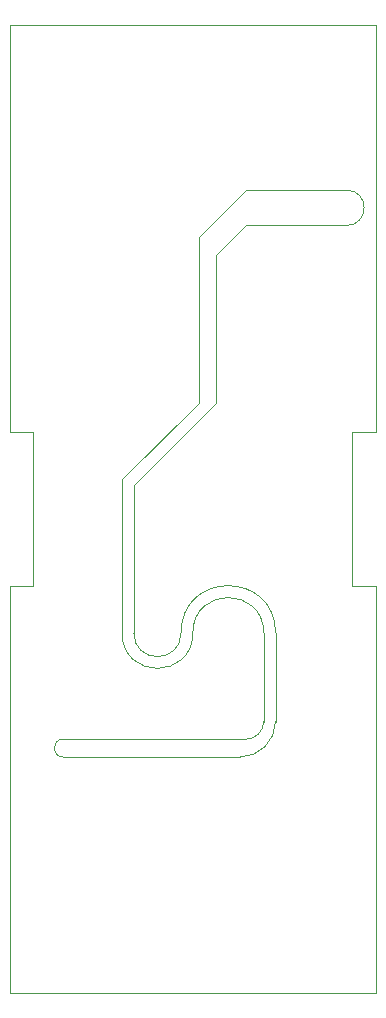
<source format=gbr>
%TF.GenerationSoftware,KiCad,Pcbnew,(5.1.6)-1*%
%TF.CreationDate,2021-02-27T12:29:00+04:00*%
%TF.ProjectId,SmartHouseDINRelayGate,536d6172-7448-46f7-9573-6544494e5265,rev?*%
%TF.SameCoordinates,Original*%
%TF.FileFunction,Profile,NP*%
%FSLAX46Y46*%
G04 Gerber Fmt 4.6, Leading zero omitted, Abs format (unit mm)*
G04 Created by KiCad (PCBNEW (5.1.6)-1) date 2021-02-27 12:29:00*
%MOMM*%
%LPD*%
G01*
G04 APERTURE LIST*
%TA.AperFunction,Profile*%
%ADD10C,0.100000*%
%TD*%
G04 APERTURE END LIST*
D10*
X253000000Y-112500000D02*
G75*
G02*
X253000000Y-111000000I0J750000D01*
G01*
X271000000Y-102500000D02*
X271000000Y-109500000D01*
X270000000Y-103000000D02*
X270000000Y-109500000D01*
X253000000Y-112500000D02*
X268000000Y-112500000D01*
X268500000Y-111000000D02*
X254500000Y-111000000D01*
X270000000Y-109500000D02*
G75*
G02*
X268500000Y-111000000I-1500000J0D01*
G01*
X271000000Y-109500000D02*
G75*
G02*
X268000000Y-112500000I-3000000J0D01*
G01*
X277000000Y-64500000D02*
G75*
G02*
X277000000Y-67500000I0J-1500000D01*
G01*
X258000000Y-94500000D02*
X258000000Y-102000000D01*
X259000000Y-94500000D02*
X259000000Y-102000000D01*
X270000000Y-102000000D02*
X270000000Y-103000000D01*
X271000000Y-102000000D02*
X271000000Y-102500000D01*
X264000000Y-102000000D02*
G75*
G02*
X270000000Y-102000000I3000000J0D01*
G01*
X263000000Y-102000000D02*
G75*
G02*
X271000000Y-102000000I4000000J0D01*
G01*
X264000000Y-102000000D02*
G75*
G02*
X258000000Y-102000000I-3000000J0D01*
G01*
X263000000Y-102000000D02*
G75*
G02*
X259000000Y-102000000I-2000000J0D01*
G01*
X266000000Y-70000000D02*
X266500000Y-69500000D01*
X266000000Y-82500000D02*
X266000000Y-70000000D01*
X259000000Y-89500000D02*
X266000000Y-82500000D01*
X258000000Y-94500000D02*
X258000000Y-89000000D01*
X264500000Y-82500000D02*
X258000000Y-89000000D01*
X264500000Y-68500000D02*
X264500000Y-82500000D01*
X268500000Y-64500000D02*
X264500000Y-68500000D01*
X268500000Y-64500000D02*
X277000000Y-64500000D01*
X259000000Y-89500000D02*
X259000000Y-94500000D01*
X268500000Y-67500000D02*
X266500000Y-69500000D01*
X277000000Y-67500000D02*
X268500000Y-67500000D01*
X248500000Y-98000000D02*
X248500000Y-132500000D01*
X250500000Y-98000000D02*
X248500000Y-98000000D01*
X250500000Y-85000000D02*
X250500000Y-98000000D01*
X248500000Y-85000000D02*
X250500000Y-85000000D01*
X248500000Y-50500000D02*
X248500000Y-85000000D01*
X279500000Y-98000000D02*
X279500000Y-132500000D01*
X279500000Y-85000000D02*
X279500000Y-50500000D01*
X277500000Y-85000000D02*
X279500000Y-85000000D01*
X277500000Y-98000000D02*
X277500000Y-85000000D01*
X279500000Y-98000000D02*
X277500000Y-98000000D01*
X254500000Y-111000000D02*
X253000000Y-111000000D01*
X279500000Y-132500000D02*
X248500000Y-132500000D01*
X248500000Y-50500000D02*
X279500000Y-50500000D01*
M02*

</source>
